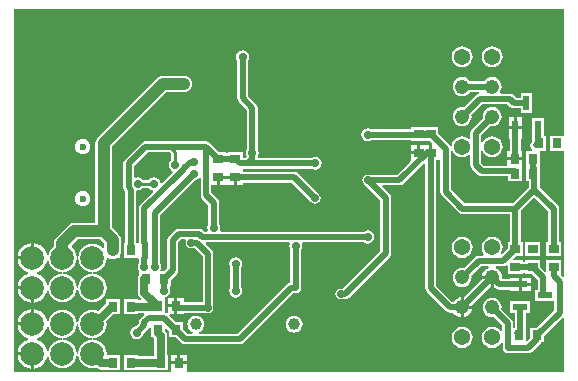
<source format=gbl>
G04*
G04 #@! TF.GenerationSoftware,Altium Limited,Altium Designer,18.1.7 (191)*
G04*
G04 Layer_Physical_Order=2*
G04 Layer_Color=16711680*
%FSLAX24Y24*%
%MOIN*%
G70*
G01*
G75*
%ADD33R,0.0310X0.0340*%
%ADD37R,0.0340X0.0310*%
%ADD48C,0.0197*%
%ADD49C,0.0394*%
%ADD50C,0.0100*%
%ADD51C,0.0537*%
%ADD52C,0.0476*%
%ADD53C,0.0236*%
%ADD54C,0.0787*%
%ADD55C,0.0276*%
%ADD56C,0.1969*%
%ADD57C,0.0394*%
%ADD58R,0.0512X0.0236*%
%ADD59R,0.0236X0.0512*%
%ADD60C,0.0276*%
G36*
X35049Y31113D02*
X35039Y31068D01*
X34999Y31068D01*
X34571D01*
Y30570D01*
X35039Y30570D01*
X35049Y30524D01*
Y26377D01*
X34999Y26356D01*
X34933Y26423D01*
X34949Y26461D01*
X34949D01*
Y26929D01*
X34451D01*
Y26564D01*
X34405Y26545D01*
X34249Y26702D01*
Y26929D01*
X33751D01*
Y26876D01*
X33666D01*
Y26929D01*
X33361D01*
X33342Y26975D01*
X33439Y27071D01*
X33666D01*
Y27539D01*
X33598D01*
Y28568D01*
X34055Y29026D01*
X34519Y28561D01*
Y27539D01*
X34451D01*
Y27071D01*
X34949D01*
Y27539D01*
X34881D01*
Y28636D01*
X34867Y28705D01*
X34828Y28764D01*
X34236Y29356D01*
Y29551D01*
X34239D01*
Y30006D01*
X34239Y30049D01*
X34239D01*
Y30056D01*
X34239Y30056D01*
X34239Y30554D01*
X34282Y30570D01*
X34429D01*
Y31068D01*
X34362D01*
Y31671D01*
X33968D01*
Y31068D01*
X33961D01*
Y30867D01*
X33930Y30819D01*
X33916Y30750D01*
X33930Y30681D01*
X33961Y30633D01*
X33961Y30570D01*
X33918Y30554D01*
X33771D01*
Y30056D01*
X33771D01*
Y30049D01*
X33771D01*
Y29551D01*
X33874D01*
Y29356D01*
X33342Y28824D01*
X31732D01*
X31281Y29275D01*
Y30551D01*
X31331Y30561D01*
X31342Y30533D01*
X31398Y30461D01*
X31470Y30405D01*
X31555Y30370D01*
X31646Y30358D01*
X31736Y30370D01*
X31821Y30405D01*
X31869Y30442D01*
X31919Y30418D01*
Y30100D01*
X31933Y30031D01*
X31972Y29972D01*
X32172Y29772D01*
X32231Y29733D01*
X32300Y29719D01*
X33161D01*
Y29551D01*
X33629D01*
Y30035D01*
X33650D01*
Y30255D01*
X33395D01*
X33140D01*
Y30081D01*
X32375D01*
X32281Y30175D01*
Y30551D01*
X32331Y30561D01*
X32342Y30533D01*
X32398Y30461D01*
X32470Y30405D01*
X32555Y30370D01*
X32646Y30358D01*
X32736Y30370D01*
X32821Y30405D01*
X32894Y30461D01*
X32949Y30533D01*
X32984Y30618D01*
X32996Y30709D01*
X32984Y30799D01*
X32949Y30884D01*
X32894Y30956D01*
X32821Y31012D01*
X32736Y31047D01*
X32646Y31059D01*
X32555Y31047D01*
X32470Y31012D01*
X32398Y30956D01*
X32342Y30884D01*
X32331Y30856D01*
X32281Y30866D01*
Y31088D01*
X32589Y31396D01*
X32646Y31389D01*
X32728Y31400D01*
X32806Y31432D01*
X32872Y31483D01*
X32923Y31549D01*
X32954Y31626D01*
X32965Y31709D01*
X32954Y31791D01*
X32923Y31869D01*
X32872Y31935D01*
X32806Y31986D01*
X32728Y32017D01*
X32646Y32028D01*
X32563Y32017D01*
X32486Y31986D01*
X32420Y31935D01*
X32369Y31869D01*
X32337Y31791D01*
X32326Y31709D01*
X32334Y31652D01*
X31972Y31291D01*
X31933Y31232D01*
X31919Y31163D01*
Y31000D01*
X31869Y30975D01*
X31821Y31012D01*
X31736Y31047D01*
X31646Y31059D01*
X31555Y31047D01*
X31470Y31012D01*
X31398Y30956D01*
X31342Y30884D01*
X31307Y30799D01*
X31299Y30735D01*
X31247Y30723D01*
X31228Y30752D01*
X30849Y31131D01*
Y31358D01*
X29951D01*
Y31285D01*
X28619D01*
X28584Y31309D01*
X28500Y31326D01*
X28416Y31309D01*
X28344Y31261D01*
X28296Y31189D01*
X28279Y31105D01*
X28296Y31020D01*
X28344Y30949D01*
X28416Y30901D01*
X28500Y30884D01*
X28584Y30901D01*
X28619Y30924D01*
X29951D01*
Y30890D01*
X30578D01*
X30654Y30815D01*
X30650Y30806D01*
Y30514D01*
X30550D01*
Y30769D01*
X30250D01*
Y30514D01*
X30200D01*
Y30464D01*
X29930D01*
Y30259D01*
X29930Y30259D01*
X29930D01*
X29915Y30214D01*
X29482Y29781D01*
X28500D01*
X28431Y29767D01*
X28372Y29728D01*
X28333Y29669D01*
X28319Y29600D01*
X28333Y29531D01*
X28372Y29472D01*
X28919Y28925D01*
Y27231D01*
X27669Y25981D01*
X27600D01*
X27531Y25967D01*
X27472Y25928D01*
X27433Y25869D01*
X27419Y25800D01*
X27433Y25731D01*
X27472Y25672D01*
X27531Y25633D01*
X27600Y25619D01*
X27743D01*
X27812Y25633D01*
X27871Y25672D01*
X29228Y27029D01*
X29267Y27088D01*
X29281Y27157D01*
Y29000D01*
X29267Y29069D01*
X29228Y29128D01*
X28982Y29373D01*
X29001Y29419D01*
X29557D01*
X29626Y29433D01*
X29684Y29472D01*
X30373Y30161D01*
X30419Y30142D01*
Y26000D01*
X30433Y25931D01*
X30472Y25872D01*
X31120Y25225D01*
X31178Y25186D01*
X31248Y25172D01*
X31358D01*
X31404Y25111D01*
X31475Y25057D01*
X31557Y25023D01*
X31596Y25018D01*
Y25352D01*
Y25687D01*
X31557Y25682D01*
X31475Y25648D01*
X31404Y25594D01*
X31367Y25545D01*
X31313Y25543D01*
X30781Y26075D01*
Y30259D01*
X30870D01*
Y30259D01*
X30919Y30257D01*
Y29200D01*
X30933Y29131D01*
X30972Y29072D01*
X31529Y28516D01*
X31588Y28476D01*
X31657Y28463D01*
X33237D01*
Y27539D01*
X33168D01*
Y27312D01*
X32975Y27118D01*
X32968Y27119D01*
X32947Y27174D01*
X32949Y27177D01*
X32984Y27262D01*
X32996Y27352D01*
X32984Y27443D01*
X32949Y27528D01*
X32894Y27600D01*
X32821Y27656D01*
X32736Y27691D01*
X32646Y27703D01*
X32555Y27691D01*
X32470Y27656D01*
X32398Y27600D01*
X32342Y27528D01*
X32307Y27443D01*
X32295Y27352D01*
X32307Y27262D01*
X32342Y27177D01*
X32378Y27131D01*
X32353Y27081D01*
X32193D01*
X32124Y27067D01*
X32066Y27028D01*
X31702Y26665D01*
X31646Y26672D01*
X31563Y26661D01*
X31486Y26629D01*
X31420Y26578D01*
X31369Y26512D01*
X31337Y26435D01*
X31326Y26352D01*
X31337Y26270D01*
X31369Y26193D01*
X31420Y26126D01*
X31486Y26076D01*
X31563Y26044D01*
X31646Y26033D01*
X31728Y26044D01*
X31806Y26076D01*
X31872Y26126D01*
X31923Y26193D01*
X31954Y26270D01*
X31965Y26352D01*
X31958Y26409D01*
X32268Y26719D01*
X32517D01*
X32527Y26669D01*
X32475Y26648D01*
X32404Y26594D01*
X32350Y26523D01*
X32316Y26441D01*
X32311Y26402D01*
X32646D01*
Y26352D01*
X32696D01*
Y26018D01*
X32721Y26021D01*
X32746Y25996D01*
X32805Y25957D01*
X32874Y25943D01*
X33231D01*
Y25906D01*
X33537D01*
Y26124D01*
Y26342D01*
X33231D01*
Y26305D01*
X33018D01*
X32985Y26342D01*
X32987Y26352D01*
X32975Y26441D01*
X32941Y26523D01*
X32887Y26594D01*
X32816Y26648D01*
X32764Y26669D01*
X32774Y26719D01*
X33012D01*
X33081Y26733D01*
X33118Y26758D01*
X33168Y26732D01*
Y26461D01*
X33666D01*
Y26514D01*
X33751D01*
Y26461D01*
X33978D01*
X34162Y26278D01*
Y25947D01*
X34079D01*
Y25553D01*
X34719D01*
Y25253D01*
X34147Y24680D01*
X33919D01*
Y24327D01*
X33823Y24230D01*
X33777Y24249D01*
Y24680D01*
X33767D01*
Y25179D01*
X33921D01*
Y25573D01*
X33252D01*
Y25179D01*
X33406D01*
Y24680D01*
X33342D01*
Y24837D01*
X33328Y24906D01*
X33289Y24964D01*
X32958Y25296D01*
X32965Y25352D01*
X32954Y25435D01*
X32923Y25512D01*
X32872Y25578D01*
X32806Y25629D01*
X32728Y25661D01*
X32646Y25672D01*
X32563Y25661D01*
X32486Y25629D01*
X32420Y25578D01*
X32369Y25512D01*
X32337Y25435D01*
X32326Y25352D01*
X32337Y25270D01*
X32369Y25193D01*
X32420Y25126D01*
X32486Y25076D01*
X32563Y25044D01*
X32646Y25033D01*
X32702Y25040D01*
X32981Y24762D01*
Y24569D01*
X32931Y24552D01*
X32894Y24600D01*
X32821Y24656D01*
X32736Y24691D01*
X32646Y24703D01*
X32555Y24691D01*
X32470Y24656D01*
X32398Y24600D01*
X32342Y24528D01*
X32307Y24443D01*
X32295Y24352D01*
X32307Y24262D01*
X32342Y24177D01*
X32398Y24105D01*
X32470Y24049D01*
X32555Y24014D01*
X32646Y24002D01*
X32736Y24014D01*
X32821Y24049D01*
X32894Y24105D01*
X32943Y24169D01*
X32974Y24165D01*
X32993Y24156D01*
Y24000D01*
X33007Y23931D01*
X33046Y23872D01*
X33105Y23833D01*
X33174Y23819D01*
X33848D01*
X33917Y23833D01*
X33976Y23872D01*
X34281Y24177D01*
X34284Y24182D01*
X34387D01*
Y24409D01*
X34999Y25022D01*
X35049Y25001D01*
Y23201D01*
X22498D01*
X22460Y23230D01*
X22460Y23251D01*
Y23450D01*
X21950D01*
Y23251D01*
X21950Y23230D01*
X21912Y23201D01*
X16701D01*
Y35299D01*
X35049D01*
Y31113D01*
D02*
G37*
%LPC*%
G36*
X32646Y34059D02*
X32555Y34047D01*
X32470Y34012D01*
X32398Y33956D01*
X32342Y33884D01*
X32307Y33799D01*
X32295Y33709D01*
X32307Y33618D01*
X32342Y33533D01*
X32398Y33461D01*
X32470Y33405D01*
X32555Y33370D01*
X32646Y33358D01*
X32736Y33370D01*
X32821Y33405D01*
X32894Y33461D01*
X32949Y33533D01*
X32984Y33618D01*
X32996Y33709D01*
X32984Y33799D01*
X32949Y33884D01*
X32894Y33956D01*
X32821Y34012D01*
X32736Y34047D01*
X32646Y34059D01*
D02*
G37*
G36*
X31646D02*
X31555Y34047D01*
X31470Y34012D01*
X31398Y33956D01*
X31342Y33884D01*
X31307Y33799D01*
X31295Y33709D01*
X31307Y33618D01*
X31342Y33533D01*
X31398Y33461D01*
X31470Y33405D01*
X31555Y33370D01*
X31646Y33358D01*
X31736Y33370D01*
X31821Y33405D01*
X31893Y33461D01*
X31949Y33533D01*
X31984Y33618D01*
X31996Y33709D01*
X31984Y33799D01*
X31949Y33884D01*
X31893Y33956D01*
X31821Y34012D01*
X31736Y34047D01*
X31646Y34059D01*
D02*
G37*
G36*
X32646Y33028D02*
X32563Y33017D01*
X32486Y32986D01*
X32420Y32935D01*
X32385Y32889D01*
X31907D01*
X31872Y32935D01*
X31806Y32986D01*
X31728Y33017D01*
X31646Y33028D01*
X31563Y33017D01*
X31486Y32986D01*
X31420Y32935D01*
X31369Y32869D01*
X31337Y32791D01*
X31326Y32709D01*
X31337Y32626D01*
X31369Y32549D01*
X31420Y32483D01*
X31486Y32432D01*
X31563Y32400D01*
X31646Y32389D01*
X31728Y32400D01*
X31806Y32432D01*
X31872Y32483D01*
X31907Y32528D01*
X32219D01*
X32224Y32478D01*
X32168Y32467D01*
X32109Y32428D01*
X31702Y32021D01*
X31646Y32028D01*
X31563Y32017D01*
X31486Y31986D01*
X31420Y31935D01*
X31369Y31869D01*
X31337Y31791D01*
X31326Y31709D01*
X31337Y31626D01*
X31369Y31549D01*
X31420Y31483D01*
X31486Y31432D01*
X31563Y31400D01*
X31646Y31389D01*
X31728Y31400D01*
X31806Y31432D01*
X31872Y31483D01*
X31923Y31549D01*
X31954Y31626D01*
X31965Y31709D01*
X31958Y31765D01*
X32312Y32119D01*
X33157D01*
X33241Y32036D01*
X33299Y31997D01*
X33369Y31983D01*
X33594D01*
Y31829D01*
X33988D01*
Y32498D01*
X33594D01*
Y32344D01*
X33443D01*
X33360Y32428D01*
X33301Y32467D01*
X33232Y32481D01*
X32933D01*
X32909Y32531D01*
X32923Y32549D01*
X32954Y32626D01*
X32965Y32709D01*
X32954Y32791D01*
X32923Y32869D01*
X32872Y32935D01*
X32806Y32986D01*
X32728Y33017D01*
X32646Y33028D01*
D02*
G37*
G36*
X33635Y31693D02*
X33467D01*
Y31387D01*
X33635D01*
Y31693D01*
D02*
G37*
G36*
X33367D02*
X33199D01*
Y31387D01*
X33367D01*
Y31693D01*
D02*
G37*
G36*
X30150Y30769D02*
X29930D01*
Y30564D01*
X30150D01*
Y30769D01*
D02*
G37*
G36*
X19000Y30967D02*
X18933Y30958D01*
X18871Y30932D01*
X18817Y30891D01*
X18776Y30838D01*
X18751Y30775D01*
X18742Y30709D01*
X18751Y30642D01*
X18776Y30580D01*
X18817Y30526D01*
X18871Y30485D01*
X18933Y30459D01*
X19000Y30451D01*
X19067Y30459D01*
X19129Y30485D01*
X19183Y30526D01*
X19224Y30580D01*
X19249Y30642D01*
X19258Y30709D01*
X19249Y30775D01*
X19224Y30838D01*
X19183Y30891D01*
X19129Y30932D01*
X19067Y30958D01*
X19000Y30967D01*
D02*
G37*
G36*
X33635Y31287D02*
X33199D01*
Y30981D01*
X33237D01*
Y30575D01*
X33140D01*
Y30355D01*
X33395D01*
X33650D01*
Y30575D01*
X33598D01*
Y30981D01*
X33635D01*
Y31287D01*
D02*
G37*
G36*
X24329Y33929D02*
X24244Y33913D01*
X24173Y33865D01*
X24125Y33793D01*
X24108Y33709D01*
X24125Y33624D01*
X24148Y33589D01*
Y32325D01*
X24162Y32256D01*
X24201Y32197D01*
X24473Y31925D01*
Y30619D01*
X24450Y30584D01*
X24433Y30500D01*
X24450Y30416D01*
X24472Y30381D01*
X24425Y30334D01*
X24328D01*
Y30539D01*
X23830D01*
Y30486D01*
X23763D01*
Y30539D01*
X23536D01*
X23238Y30836D01*
X23179Y30876D01*
X23110Y30889D01*
X21090D01*
X21021Y30876D01*
X20962Y30836D01*
X20405Y30280D01*
X20366Y30221D01*
X20352Y30152D01*
Y29349D01*
X20366Y29280D01*
X20405Y29222D01*
X20424Y29202D01*
Y27499D01*
X20371D01*
Y27001D01*
X20827D01*
X20839Y27001D01*
X20874Y26967D01*
Y26819D01*
X20851Y26784D01*
X20834Y26700D01*
X20851Y26616D01*
X20877Y26577D01*
X20861Y26549D01*
X20861D01*
Y26400D01*
X20851Y26384D01*
X20834Y26300D01*
Y25840D01*
X20851Y25755D01*
X20899Y25684D01*
X20940Y25643D01*
X20921Y25597D01*
X20839D01*
Y25625D01*
X20371D01*
Y25127D01*
X20839D01*
Y25155D01*
X21029D01*
X21050Y25105D01*
X20927Y24983D01*
X20888Y24924D01*
X20874Y24855D01*
Y24832D01*
X20762Y24720D01*
X20721Y24712D01*
X20649Y24664D01*
X20601Y24592D01*
X20584Y24508D01*
X20601Y24423D01*
X20649Y24352D01*
X20721Y24304D01*
X20805Y24287D01*
X20890Y24304D01*
X20961Y24352D01*
X21009Y24423D01*
X21017Y24464D01*
X21183Y24630D01*
X21211Y24672D01*
X21261Y24657D01*
Y24351D01*
X21343D01*
X21346Y24346D01*
X21374Y24319D01*
Y23749D01*
X21361D01*
Y23721D01*
X20839D01*
Y23749D01*
X20371D01*
Y23251D01*
X20839D01*
Y23279D01*
X21361D01*
Y23251D01*
X21829D01*
Y23749D01*
X21816D01*
Y24410D01*
X21799Y24495D01*
X21751Y24566D01*
X21729Y24589D01*
Y24656D01*
X21775Y24675D01*
X21871Y24578D01*
Y24351D01*
X22098D01*
X22277Y24172D01*
X22336Y24133D01*
X22405Y24119D01*
X24248D01*
X24317Y24133D01*
X24375Y24172D01*
X26022Y25819D01*
X26100D01*
X26169Y25833D01*
X26228Y25872D01*
X26267Y25931D01*
X26281Y26000D01*
Y27281D01*
X26304Y27316D01*
X26321Y27400D01*
X26307Y27469D01*
X26336Y27519D01*
X28381D01*
X28416Y27496D01*
X28500Y27479D01*
X28584Y27496D01*
X28656Y27544D01*
X28704Y27616D01*
X28721Y27700D01*
X28704Y27784D01*
X28656Y27856D01*
X28584Y27904D01*
X28500Y27921D01*
X28416Y27904D01*
X28381Y27881D01*
X23602D01*
X23573Y27931D01*
X23587Y28000D01*
X23570Y28084D01*
X23547Y28119D01*
Y28834D01*
X23533Y28903D01*
X23494Y28962D01*
X23291Y29165D01*
Y29440D01*
X23464D01*
Y29695D01*
X23564D01*
Y29440D01*
X23784D01*
Y29440D01*
X23809D01*
Y29440D01*
X24029D01*
Y29695D01*
X24129D01*
Y29440D01*
X24349D01*
Y29514D01*
X25963D01*
X26622Y28855D01*
X26681Y28815D01*
X26750Y28802D01*
X26819Y28815D01*
X26878Y28855D01*
X26917Y28913D01*
X26931Y28982D01*
X26917Y29051D01*
X26878Y29110D01*
X26165Y29823D01*
X26107Y29862D01*
X26037Y29876D01*
X24349D01*
Y29950D01*
X24389Y29973D01*
X26631D01*
X26666Y29950D01*
X26750Y29933D01*
X26834Y29950D01*
X26906Y29997D01*
X26954Y30069D01*
X26971Y30154D01*
X26954Y30238D01*
X26906Y30310D01*
X26834Y30358D01*
X26750Y30374D01*
X26666Y30358D01*
X26631Y30334D01*
X24848D01*
X24837Y30384D01*
X24858Y30416D01*
X24874Y30500D01*
X24858Y30584D01*
X24834Y30619D01*
Y32000D01*
X24820Y32069D01*
X24781Y32128D01*
X24509Y32400D01*
Y33589D01*
X24533Y33624D01*
X24550Y33709D01*
X24533Y33793D01*
X24485Y33865D01*
X24413Y33913D01*
X24329Y33929D01*
D02*
G37*
G36*
X19000Y29235D02*
X18933Y29226D01*
X18871Y29200D01*
X18817Y29159D01*
X18776Y29106D01*
X18751Y29043D01*
X18742Y28976D01*
X18751Y28910D01*
X18776Y28847D01*
X18817Y28794D01*
X18871Y28753D01*
X18933Y28727D01*
X19000Y28718D01*
X19067Y28727D01*
X19129Y28753D01*
X19183Y28794D01*
X19224Y28847D01*
X19249Y28910D01*
X19258Y28976D01*
X19249Y29043D01*
X19224Y29106D01*
X19183Y29159D01*
X19129Y29200D01*
X19067Y29226D01*
X19000Y29235D01*
D02*
G37*
G36*
X22371Y33081D02*
X21671D01*
X21599Y33072D01*
X21532Y33044D01*
X21475Y33000D01*
X19503Y31028D01*
X19459Y30971D01*
X19432Y30904D01*
X19422Y30832D01*
Y28178D01*
X18723D01*
X18651Y28168D01*
X18584Y28141D01*
X18526Y28097D01*
X18126Y27697D01*
X18082Y27639D01*
X18054Y27572D01*
X18045Y27500D01*
Y27382D01*
X17986Y27337D01*
X17910Y27238D01*
X17863Y27123D01*
X17859Y27095D01*
X17808D01*
X17804Y27129D01*
X17754Y27249D01*
X17675Y27352D01*
X17572Y27431D01*
X17452Y27481D01*
X17373Y27491D01*
Y27000D01*
X17323D01*
Y26950D01*
X16831D01*
X16842Y26871D01*
X16892Y26751D01*
X16971Y26648D01*
X17074Y26569D01*
X17175Y26527D01*
Y26473D01*
X17074Y26431D01*
X16971Y26352D01*
X16892Y26249D01*
X16842Y26129D01*
X16831Y26050D01*
X17323D01*
Y26000D01*
X17373D01*
Y25509D01*
X17452Y25519D01*
X17572Y25569D01*
X17675Y25648D01*
X17754Y25751D01*
X17804Y25871D01*
X17808Y25905D01*
X17859D01*
X17863Y25877D01*
X17910Y25762D01*
X17986Y25663D01*
X18085Y25587D01*
X18199Y25540D01*
X18323Y25523D01*
X18446Y25540D01*
X18561Y25587D01*
X18660Y25663D01*
X18736Y25762D01*
X18783Y25877D01*
X18795Y25964D01*
X18798Y25987D01*
X18848D01*
X18851Y25964D01*
X18863Y25877D01*
X18910Y25762D01*
X18986Y25663D01*
X19085Y25587D01*
X19200Y25540D01*
X19323Y25523D01*
X19446Y25540D01*
X19561Y25587D01*
X19660Y25663D01*
X19736Y25762D01*
X19783Y25877D01*
X19799Y26000D01*
X19783Y26123D01*
X19736Y26238D01*
X19660Y26337D01*
X19561Y26413D01*
X19446Y26460D01*
X19358Y26472D01*
X19336Y26475D01*
Y26525D01*
X19358Y26528D01*
X19446Y26540D01*
X19561Y26587D01*
X19660Y26663D01*
X19736Y26762D01*
X19783Y26877D01*
X19799Y27000D01*
X19800Y27001D01*
X19875D01*
X19923Y26981D01*
X19995Y26972D01*
X20067Y26981D01*
X20114Y27001D01*
X20229D01*
Y27102D01*
X20236Y27111D01*
X20263Y27178D01*
X20273Y27250D01*
Y27605D01*
X20263Y27677D01*
X20236Y27744D01*
X20191Y27802D01*
X19978Y28015D01*
Y30717D01*
X21786Y32525D01*
X22371D01*
X22443Y32535D01*
X22510Y32562D01*
X22568Y32607D01*
X22612Y32664D01*
X22640Y32731D01*
X22649Y32803D01*
X22640Y32875D01*
X22612Y32942D01*
X22568Y33000D01*
X22510Y33044D01*
X22443Y33072D01*
X22371Y33081D01*
D02*
G37*
G36*
X34249Y27539D02*
X33751D01*
Y27071D01*
X34249D01*
Y27539D01*
D02*
G37*
G36*
X17273Y27491D02*
X17194Y27481D01*
X17074Y27431D01*
X16971Y27352D01*
X16892Y27249D01*
X16842Y27129D01*
X16831Y27050D01*
X17273D01*
Y27491D01*
D02*
G37*
G36*
X31646Y27703D02*
X31555Y27691D01*
X31470Y27656D01*
X31398Y27600D01*
X31342Y27528D01*
X31307Y27443D01*
X31295Y27352D01*
X31307Y27262D01*
X31342Y27177D01*
X31398Y27105D01*
X31470Y27049D01*
X31555Y27014D01*
X31646Y27002D01*
X31736Y27014D01*
X31821Y27049D01*
X31893Y27105D01*
X31949Y27177D01*
X31984Y27262D01*
X31996Y27352D01*
X31984Y27443D01*
X31949Y27528D01*
X31893Y27600D01*
X31821Y27656D01*
X31736Y27691D01*
X31646Y27703D01*
D02*
G37*
G36*
X33943Y26342D02*
X33637D01*
Y26174D01*
X33943D01*
Y26342D01*
D02*
G37*
G36*
X32596Y26302D02*
X32311D01*
X32315Y26277D01*
X31721Y25684D01*
X31696Y25687D01*
Y25402D01*
X31980D01*
X31977Y25428D01*
X32570Y26021D01*
X32596Y26018D01*
Y26302D01*
D02*
G37*
G36*
X33943Y26074D02*
X33637D01*
Y25906D01*
X33943D01*
Y26074D01*
D02*
G37*
G36*
X17273Y25950D02*
X16831D01*
X16842Y25871D01*
X16892Y25751D01*
X16971Y25648D01*
X17074Y25569D01*
X17194Y25519D01*
X17273Y25509D01*
Y25950D01*
D02*
G37*
G36*
X20229Y25625D02*
X19761D01*
Y25479D01*
X19515Y25232D01*
X19446Y25260D01*
X19323Y25277D01*
X19200Y25260D01*
X19085Y25213D01*
X18986Y25137D01*
X18910Y25038D01*
X18863Y24923D01*
X18851Y24836D01*
X18848Y24813D01*
X18798D01*
X18795Y24836D01*
X18783Y24923D01*
X18736Y25038D01*
X18660Y25137D01*
X18561Y25213D01*
X18446Y25260D01*
X18323Y25277D01*
X18199Y25260D01*
X18085Y25213D01*
X17986Y25137D01*
X17910Y25038D01*
X17863Y24923D01*
X17859Y24895D01*
X17808D01*
X17804Y24929D01*
X17754Y25049D01*
X17675Y25152D01*
X17572Y25231D01*
X17452Y25281D01*
X17373Y25291D01*
Y24800D01*
X17323D01*
Y24750D01*
X16831D01*
X16842Y24671D01*
X16892Y24551D01*
X16971Y24448D01*
X17074Y24369D01*
X17175Y24327D01*
Y24273D01*
X17074Y24231D01*
X16971Y24152D01*
X16892Y24049D01*
X16842Y23929D01*
X16831Y23850D01*
X17323D01*
Y23800D01*
X17373D01*
Y23309D01*
X17452Y23319D01*
X17572Y23369D01*
X17675Y23448D01*
X17754Y23551D01*
X17804Y23671D01*
X17808Y23705D01*
X17859D01*
X17863Y23677D01*
X17910Y23562D01*
X17986Y23463D01*
X18085Y23387D01*
X18199Y23340D01*
X18323Y23323D01*
X18446Y23340D01*
X18561Y23387D01*
X18660Y23463D01*
X18736Y23562D01*
X18783Y23677D01*
X18795Y23764D01*
X18798Y23787D01*
X18848D01*
X18851Y23764D01*
X18863Y23677D01*
X18910Y23562D01*
X18986Y23463D01*
X19085Y23387D01*
X19200Y23340D01*
X19323Y23323D01*
X19446Y23340D01*
X19464Y23347D01*
X19467Y23344D01*
X19538Y23296D01*
X19623Y23279D01*
X19761D01*
Y23251D01*
X20229D01*
Y23749D01*
X19831D01*
X19798Y23786D01*
X19799Y23800D01*
X19783Y23923D01*
X19736Y24038D01*
X19660Y24137D01*
X19561Y24213D01*
X19446Y24260D01*
X19358Y24272D01*
X19336Y24275D01*
Y24325D01*
X19358Y24328D01*
X19446Y24340D01*
X19561Y24387D01*
X19660Y24463D01*
X19736Y24562D01*
X19783Y24677D01*
X19799Y24800D01*
X19789Y24882D01*
X20034Y25127D01*
X20229D01*
Y25625D01*
D02*
G37*
G36*
X31980Y25302D02*
X31696D01*
Y25018D01*
X31734Y25023D01*
X31816Y25057D01*
X31887Y25111D01*
X31941Y25182D01*
X31975Y25264D01*
X31980Y25302D01*
D02*
G37*
G36*
X17273Y25291D02*
X17194Y25281D01*
X17074Y25231D01*
X16971Y25152D01*
X16892Y25049D01*
X16842Y24929D01*
X16831Y24850D01*
X17273D01*
Y25291D01*
D02*
G37*
G36*
X26051Y25065D02*
X25979Y25056D01*
X25912Y25028D01*
X25855Y24984D01*
X25810Y24926D01*
X25783Y24859D01*
X25773Y24787D01*
X25783Y24715D01*
X25810Y24648D01*
X25855Y24591D01*
X25912Y24547D01*
X25979Y24519D01*
X26051Y24509D01*
X26123Y24519D01*
X26190Y24547D01*
X26248Y24591D01*
X26292Y24648D01*
X26320Y24715D01*
X26329Y24787D01*
X26320Y24859D01*
X26292Y24926D01*
X26248Y24984D01*
X26190Y25028D01*
X26123Y25056D01*
X26051Y25065D01*
D02*
G37*
G36*
X31646Y24703D02*
X31555Y24691D01*
X31470Y24656D01*
X31398Y24600D01*
X31342Y24528D01*
X31307Y24443D01*
X31295Y24352D01*
X31307Y24262D01*
X31342Y24177D01*
X31398Y24105D01*
X31470Y24049D01*
X31555Y24014D01*
X31646Y24002D01*
X31736Y24014D01*
X31821Y24049D01*
X31893Y24105D01*
X31949Y24177D01*
X31984Y24262D01*
X31996Y24352D01*
X31984Y24443D01*
X31949Y24528D01*
X31893Y24600D01*
X31821Y24656D01*
X31736Y24691D01*
X31646Y24703D01*
D02*
G37*
G36*
X22460Y23770D02*
X22255D01*
Y23550D01*
X22460D01*
Y23770D01*
D02*
G37*
G36*
X22155D02*
X21950D01*
Y23550D01*
X22155D01*
Y23770D01*
D02*
G37*
G36*
X17273Y23750D02*
X16831D01*
X16842Y23671D01*
X16892Y23551D01*
X16971Y23448D01*
X17074Y23369D01*
X17194Y23319D01*
X17273Y23309D01*
Y23750D01*
D02*
G37*
%LPD*%
G36*
X21955Y30468D02*
Y30273D01*
X21930Y30256D01*
X21883Y30184D01*
X21866Y30100D01*
X21883Y30016D01*
X21930Y29944D01*
X21983Y29909D01*
X21995Y29850D01*
X21639Y29494D01*
X21585Y29511D01*
X21576Y29556D01*
X21528Y29628D01*
X21456Y29676D01*
X21372Y29692D01*
X21287Y29676D01*
X21216Y29628D01*
X21199Y29603D01*
X21001D01*
X20984Y29628D01*
X20913Y29676D01*
X20828Y29692D01*
X20764Y29680D01*
X20714Y29711D01*
Y30077D01*
X21165Y30528D01*
X21895D01*
X21955Y30468D01*
D02*
G37*
G36*
X21216Y29316D02*
X21287Y29268D01*
X21332Y29259D01*
X21349Y29204D01*
X20927Y28783D01*
X20888Y28724D01*
X20874Y28655D01*
Y27533D01*
X20839Y27499D01*
X20786D01*
Y29220D01*
X20824Y29252D01*
X20828Y29251D01*
X20913Y29268D01*
X20984Y29316D01*
X21001Y29340D01*
X21199D01*
X21216Y29316D01*
D02*
G37*
G36*
X22930Y29664D02*
Y29090D01*
X22943Y29021D01*
X22982Y28962D01*
X23186Y28759D01*
Y28119D01*
X23162Y28084D01*
X23145Y28000D01*
X23159Y27931D01*
X23130Y27881D01*
X23060D01*
X23017Y27923D01*
X22959Y27962D01*
X22889Y27976D01*
X22195D01*
X22126Y27962D01*
X22068Y27923D01*
X21872Y27728D01*
X21833Y27669D01*
X21819Y27600D01*
Y26670D01*
X21698Y26549D01*
X21612D01*
X21589Y26593D01*
X21604Y26616D01*
X21621Y26700D01*
X21604Y26784D01*
X21581Y26819D01*
Y28425D01*
X22743Y29588D01*
X22784Y29596D01*
X22856Y29644D01*
X22880Y29679D01*
X22930Y29664D01*
D02*
G37*
G36*
X22445Y27577D02*
X22446Y27565D01*
X22434Y27500D01*
X22447Y27431D01*
X22486Y27372D01*
X22545Y27333D01*
X22614Y27319D01*
X22748D01*
X22997Y27071D01*
Y25519D01*
X22360D01*
Y25670D01*
X22155D01*
Y25400D01*
Y25130D01*
X22360D01*
Y25158D01*
X23177D01*
X23246Y25172D01*
X23305Y25211D01*
X23344Y25269D01*
X23358Y25339D01*
Y27146D01*
X23344Y27215D01*
X23305Y27273D01*
X23105Y27473D01*
X23124Y27519D01*
X25864D01*
X25893Y27469D01*
X25879Y27400D01*
X25896Y27316D01*
X25919Y27281D01*
Y26175D01*
X25878Y26167D01*
X25820Y26128D01*
X24173Y24481D01*
X22874D01*
X22864Y24531D01*
X22903Y24547D01*
X22960Y24591D01*
X23005Y24648D01*
X23032Y24715D01*
X23042Y24787D01*
X23032Y24859D01*
X23005Y24926D01*
X22960Y24984D01*
X22903Y25028D01*
X22836Y25056D01*
X22764Y25065D01*
X22692Y25056D01*
X22625Y25028D01*
X22567Y24984D01*
X22523Y24926D01*
X22495Y24859D01*
X22486Y24787D01*
X22495Y24715D01*
X22523Y24648D01*
X22567Y24591D01*
X22625Y24547D01*
X22664Y24531D01*
X22654Y24481D01*
X22480D01*
X22339Y24622D01*
Y24849D01*
X22112D01*
X21881Y25080D01*
X21901Y25130D01*
X22055D01*
Y25350D01*
X21850D01*
Y25176D01*
X21800Y25150D01*
X21774Y25167D01*
X21729Y25176D01*
Y25639D01*
X21729Y25649D01*
X21751Y25689D01*
X21784Y25696D01*
X21856Y25744D01*
X21904Y25816D01*
X21921Y25900D01*
X21904Y25984D01*
X21893Y26001D01*
X21916Y26051D01*
X21939D01*
Y26278D01*
X22128Y26467D01*
X22167Y26526D01*
X22181Y26595D01*
Y27525D01*
X22270Y27615D01*
X22425D01*
X22445Y27577D01*
D02*
G37*
%LPC*%
G36*
X24100Y27021D02*
X24016Y27004D01*
X23944Y26956D01*
X23896Y26884D01*
X23879Y26800D01*
X23896Y26716D01*
X23919Y26681D01*
Y26019D01*
X23896Y25984D01*
X23879Y25900D01*
X23896Y25816D01*
X23944Y25744D01*
X24016Y25696D01*
X24100Y25679D01*
X24184Y25696D01*
X24256Y25744D01*
X24304Y25816D01*
X24321Y25900D01*
X24304Y25984D01*
X24281Y26019D01*
Y26681D01*
X24304Y26716D01*
X24321Y26800D01*
X24304Y26884D01*
X24256Y26956D01*
X24184Y27004D01*
X24100Y27021D01*
D02*
G37*
G36*
X22055Y25670D02*
X21850D01*
Y25450D01*
X22055D01*
Y25670D01*
D02*
G37*
%LPD*%
G36*
X19717Y27490D02*
Y27340D01*
X19670Y27324D01*
X19660Y27337D01*
X19561Y27413D01*
X19446Y27460D01*
X19323Y27477D01*
X19200Y27460D01*
X19085Y27413D01*
X18986Y27337D01*
X18910Y27238D01*
X18863Y27123D01*
X18848Y27013D01*
X18798D01*
X18783Y27123D01*
X18736Y27238D01*
X18660Y27337D01*
X18639Y27353D01*
X18635Y27419D01*
X18838Y27622D01*
X19585D01*
X19717Y27490D01*
D02*
G37*
G36*
X17859Y26905D02*
X17863Y26877D01*
X17910Y26762D01*
X17986Y26663D01*
X18085Y26587D01*
X18199Y26540D01*
X18310Y26525D01*
Y26475D01*
X18199Y26460D01*
X18085Y26413D01*
X17986Y26337D01*
X17910Y26238D01*
X17863Y26123D01*
X17859Y26095D01*
X17808D01*
X17804Y26129D01*
X17754Y26249D01*
X17675Y26352D01*
X17572Y26431D01*
X17471Y26473D01*
Y26527D01*
X17572Y26569D01*
X17675Y26648D01*
X17754Y26751D01*
X17804Y26871D01*
X17808Y26905D01*
X17859D01*
D02*
G37*
G36*
X18863Y26877D02*
X18910Y26762D01*
X18986Y26663D01*
X19085Y26587D01*
X19200Y26540D01*
X19287Y26528D01*
X19310Y26525D01*
Y26475D01*
X19287Y26472D01*
X19200Y26460D01*
X19085Y26413D01*
X18986Y26337D01*
X18910Y26238D01*
X18863Y26123D01*
X18851Y26036D01*
X18848Y26013D01*
X18798D01*
X18795Y26036D01*
X18783Y26123D01*
X18736Y26238D01*
X18660Y26337D01*
X18561Y26413D01*
X18446Y26460D01*
X18336Y26475D01*
Y26525D01*
X18446Y26540D01*
X18561Y26587D01*
X18660Y26663D01*
X18736Y26762D01*
X18783Y26877D01*
X18798Y26987D01*
X18848D01*
X18863Y26877D01*
D02*
G37*
G36*
X17859Y24705D02*
X17863Y24677D01*
X17910Y24562D01*
X17986Y24463D01*
X18085Y24387D01*
X18199Y24340D01*
X18310Y24325D01*
Y24275D01*
X18199Y24260D01*
X18085Y24213D01*
X17986Y24137D01*
X17910Y24038D01*
X17863Y23923D01*
X17859Y23895D01*
X17808D01*
X17804Y23929D01*
X17754Y24049D01*
X17675Y24152D01*
X17572Y24231D01*
X17471Y24273D01*
Y24327D01*
X17572Y24369D01*
X17675Y24448D01*
X17754Y24551D01*
X17804Y24671D01*
X17808Y24705D01*
X17859D01*
D02*
G37*
G36*
X18851Y24764D02*
X18863Y24677D01*
X18910Y24562D01*
X18986Y24463D01*
X19085Y24387D01*
X19200Y24340D01*
X19287Y24328D01*
X19310Y24325D01*
Y24275D01*
X19287Y24272D01*
X19200Y24260D01*
X19085Y24213D01*
X18986Y24137D01*
X18910Y24038D01*
X18863Y23923D01*
X18851Y23836D01*
X18848Y23813D01*
X18798D01*
X18795Y23836D01*
X18783Y23923D01*
X18736Y24038D01*
X18660Y24137D01*
X18561Y24213D01*
X18446Y24260D01*
X18336Y24275D01*
Y24325D01*
X18446Y24340D01*
X18561Y24387D01*
X18660Y24463D01*
X18736Y24562D01*
X18783Y24677D01*
X18795Y24764D01*
X18798Y24787D01*
X18848D01*
X18851Y24764D01*
D02*
G37*
D33*
X33395Y30305D02*
D03*
X34005D02*
D03*
X33395Y29800D02*
D03*
X34005D02*
D03*
X21595Y23500D02*
D03*
X22205D02*
D03*
X22105Y24600D02*
D03*
X21495D02*
D03*
X21705Y26300D02*
D03*
X21095D02*
D03*
X20605Y23500D02*
D03*
X19995D02*
D03*
Y27250D02*
D03*
X20605D02*
D03*
X34153Y24431D02*
D03*
X33543D02*
D03*
X34805Y30819D02*
D03*
X34195D02*
D03*
X20605Y25376D02*
D03*
X19995D02*
D03*
X21495Y25400D02*
D03*
X22105D02*
D03*
D37*
X30200Y30514D02*
D03*
Y31124D02*
D03*
X30600Y30514D02*
D03*
Y31124D02*
D03*
X34700Y26695D02*
D03*
Y27305D02*
D03*
X24079Y29695D02*
D03*
Y30305D02*
D03*
X23514Y29695D02*
D03*
Y30305D02*
D03*
X34000Y26695D02*
D03*
Y27305D02*
D03*
X33417Y26695D02*
D03*
Y27305D02*
D03*
D48*
Y30305D02*
Y31337D01*
X30500Y30543D02*
X30600D01*
X29557Y29600D02*
X30500Y30543D01*
X29100Y27157D02*
Y29000D01*
X27743Y25800D02*
X29100Y27157D01*
X27600Y25800D02*
X27743D01*
X21055Y26700D02*
Y27000D01*
X21062Y27007D01*
X21400Y26700D02*
Y28500D01*
X20533Y30152D02*
X21090Y30709D01*
X20533Y29349D02*
Y30152D01*
Y29349D02*
X20605Y29277D01*
Y27250D02*
Y29277D01*
X22382Y29982D02*
X22600Y30200D01*
X22382Y29978D02*
Y29982D01*
X22209Y29805D02*
X22382Y29978D01*
X22205Y29805D02*
X22209D01*
X21055Y28655D02*
X22205Y29805D01*
X21900Y30709D02*
X23110D01*
X21090D02*
X21900D01*
X22600Y30200D02*
X22700D01*
X21055Y27493D02*
Y28655D01*
X28500Y31105D02*
X30423D01*
X34055Y29281D02*
Y30000D01*
X24500Y30154D02*
X26750D01*
X24230D02*
X24500D01*
X24654Y30500D02*
Y32000D01*
X24500Y30154D02*
X24654Y30307D01*
Y30500D01*
X24329Y32325D02*
X24654Y32000D01*
X24329Y32325D02*
Y33709D01*
X28500Y29600D02*
X29100Y29000D01*
X22000Y27600D02*
X22195Y27795D01*
X22000Y26595D02*
Y27600D01*
X21705Y26300D02*
X22000Y26595D01*
X21700Y25900D02*
Y26295D01*
X21705Y26300D01*
X23110Y29090D02*
Y30709D01*
Y29090D02*
X23366Y28834D01*
Y28000D02*
Y28834D01*
X22889Y27795D02*
X22985Y27700D01*
X22195Y27795D02*
X22889D01*
X22985Y27700D02*
X28500D01*
X22614Y27500D02*
X22823D01*
X23177Y27146D01*
X30423Y31105D02*
X30428Y31100D01*
X30491Y31163D01*
X30500Y31154D01*
X28500Y29600D02*
X29557D01*
X23110Y30709D02*
X23514Y30305D01*
X21062Y27007D02*
Y27485D01*
X21055Y27493D02*
X21062Y27485D01*
X24100Y25900D02*
Y26800D01*
X23177Y25339D02*
Y27146D01*
X21400Y28500D02*
X22700Y29800D01*
X24248Y24300D02*
X25948Y26000D01*
X22405Y24300D02*
X24248D01*
X22105Y24600D02*
X22405Y24300D01*
X25948Y26000D02*
X26100D01*
X21705Y25000D02*
X22105Y24600D01*
X21200Y25000D02*
X21705D01*
X21055Y24855D02*
X21200Y25000D01*
X21055Y24758D02*
Y24855D01*
X20805Y24508D02*
X21055Y24758D01*
X26100Y26000D02*
Y27400D01*
X22286Y25339D02*
X23177D01*
X34800Y30819D02*
X34805D01*
X33395Y30305D02*
X33400Y30300D01*
X31657Y28643D02*
X33417D01*
X31100Y29200D02*
X31657Y28643D01*
X31100Y29200D02*
Y30624D01*
X30600Y31124D02*
X31100Y30624D01*
X30600Y30514D02*
Y30543D01*
Y26000D02*
Y30514D01*
Y26000D02*
X31248Y25352D01*
X34005Y29900D02*
Y30305D01*
X32100Y31163D02*
X32646Y31709D01*
X32100Y30100D02*
Y31163D01*
Y30100D02*
X32300Y29900D01*
X33395D01*
X32237Y32300D02*
X33232D01*
X31646Y31709D02*
X32237Y32300D01*
X33369Y32163D02*
X33791D01*
X33232Y32300D02*
X33369Y32163D01*
X24079Y29695D02*
X26037D01*
X26750Y28982D01*
X24079Y30305D02*
X24230Y30154D01*
X23514Y30305D02*
X24079D01*
X31248Y25352D02*
X31646D01*
X34055Y29281D02*
X34700Y28636D01*
Y27305D02*
Y28636D01*
X34153Y24431D02*
X34900Y25178D01*
Y26200D01*
X34700Y26400D02*
X34900Y26200D01*
X34700Y26400D02*
Y26695D01*
X33417Y27305D02*
Y28643D01*
X34055Y29281D01*
X33012Y26900D02*
X33417Y27305D01*
X32193Y26900D02*
X33012D01*
X31646Y26352D02*
X32193Y26900D01*
X31646Y25352D02*
X32646Y26352D01*
X33543Y24431D02*
X33587Y24475D01*
Y25376D01*
X32646Y26352D02*
X32874Y26124D01*
X33587D01*
X34342Y25821D02*
X34413Y25750D01*
X34342Y25821D02*
Y26352D01*
X34000Y26695D02*
X34342Y26352D01*
X33474Y24500D02*
X33543Y24431D01*
X33174Y24000D02*
Y24438D01*
Y24000D02*
X33848D01*
X33161Y24451D02*
X33174Y24438D01*
X33161Y24451D02*
Y24837D01*
X32646Y25352D02*
X33161Y24837D01*
X33848Y24000D02*
X34153Y24305D01*
Y24431D01*
X33417Y26695D02*
X34000D01*
X34096Y30750D02*
X34165Y30819D01*
Y31337D01*
X31646Y32709D02*
X32646D01*
D49*
X21671Y32803D02*
X22371D01*
X19700Y30832D02*
X21671Y32803D01*
X19700Y27900D02*
X19995Y27605D01*
Y27250D02*
Y27605D01*
X19700Y27900D02*
Y30832D01*
X18323Y27000D02*
Y27500D01*
X18723Y27900D01*
X19700D01*
D50*
X20828Y29472D02*
X21372D01*
X22087Y30100D02*
Y30522D01*
X21900Y30709D02*
X22087Y30522D01*
X23514Y29695D02*
X24079D01*
D51*
X31646Y33709D02*
D03*
Y30709D02*
D03*
X32646D02*
D03*
Y33709D02*
D03*
X31646Y27352D02*
D03*
Y24352D02*
D03*
X32646D02*
D03*
Y27352D02*
D03*
D52*
X31646Y32709D02*
D03*
Y31709D02*
D03*
X32646D02*
D03*
Y32709D02*
D03*
X31646Y26352D02*
D03*
Y25352D02*
D03*
X32646D02*
D03*
Y26352D02*
D03*
D53*
X19000Y28976D02*
D03*
Y30709D02*
D03*
D54*
X19323Y27000D02*
D03*
X18323D02*
D03*
X17323D02*
D03*
X19323Y23800D02*
D03*
X18323D02*
D03*
X17323D02*
D03*
X19323Y24800D02*
D03*
X18323D02*
D03*
X17323D02*
D03*
X19323Y26000D02*
D03*
X18323D02*
D03*
X17323D02*
D03*
D55*
X21055Y26700D02*
D03*
X21400D02*
D03*
X21372Y29472D02*
D03*
X20828D02*
D03*
X22087Y30100D02*
D03*
X22371Y32803D02*
D03*
X24654Y30500D02*
D03*
X24329Y33709D02*
D03*
X27600Y25800D02*
D03*
X21700Y25900D02*
D03*
X23366Y28000D02*
D03*
X22614Y27500D02*
D03*
X28500Y27700D02*
D03*
Y31105D02*
D03*
Y29600D02*
D03*
X22700Y30200D02*
D03*
X24100Y25900D02*
D03*
Y26800D02*
D03*
X22700Y29800D02*
D03*
X34000Y27300D02*
D03*
X20805Y24508D02*
D03*
X26100Y27400D02*
D03*
X34800Y30819D02*
D03*
X33400Y30300D02*
D03*
X23177Y25339D02*
D03*
X26750Y28982D02*
D03*
Y30154D02*
D03*
D56*
X28520Y24562D02*
D03*
X18000Y34000D02*
D03*
D57*
X22764Y24787D02*
D03*
X26051D02*
D03*
D58*
X34413Y25750D02*
D03*
X33587Y26124D02*
D03*
Y25376D02*
D03*
D59*
X33791Y32163D02*
D03*
X33417Y31337D02*
D03*
X34165D02*
D03*
D60*
X19395Y24800D02*
X19995Y25400D01*
X20605Y25376D02*
X21471D01*
X21055Y25840D02*
X21495Y25400D01*
X21055Y25840D02*
Y26300D01*
X21471Y25376D02*
X21495Y25400D01*
X19323Y24800D02*
X19395D01*
X21503Y24503D02*
X21595Y24410D01*
Y23500D02*
Y24410D01*
X20605Y23500D02*
X21595D01*
X19323Y23800D02*
X19623Y23500D01*
X19995D01*
M02*

</source>
